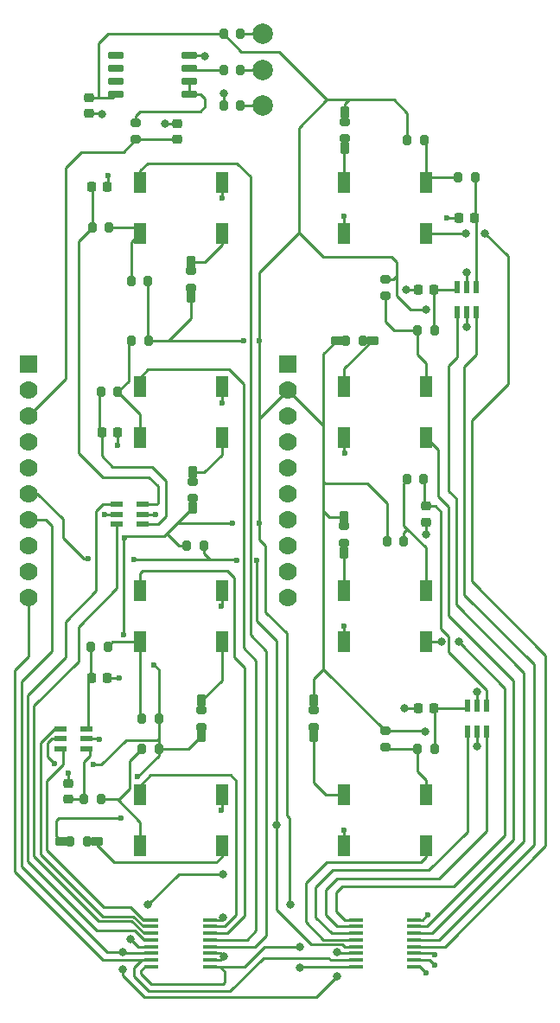
<source format=gtl>
G04 #@! TF.GenerationSoftware,KiCad,Pcbnew,(6.0.2)*
G04 #@! TF.CreationDate,2022-06-11T16:39:15+02:00*
G04 #@! TF.ProjectId,cartteFille,63617274-7465-4466-996c-6c652e6b6963,rev?*
G04 #@! TF.SameCoordinates,Original*
G04 #@! TF.FileFunction,Copper,L1,Top*
G04 #@! TF.FilePolarity,Positive*
%FSLAX46Y46*%
G04 Gerber Fmt 4.6, Leading zero omitted, Abs format (unit mm)*
G04 Created by KiCad (PCBNEW (6.0.2)) date 2022-06-11 16:39:15*
%MOMM*%
%LPD*%
G01*
G04 APERTURE LIST*
G04 Aperture macros list*
%AMRoundRect*
0 Rectangle with rounded corners*
0 $1 Rounding radius*
0 $2 $3 $4 $5 $6 $7 $8 $9 X,Y pos of 4 corners*
0 Add a 4 corners polygon primitive as box body*
4,1,4,$2,$3,$4,$5,$6,$7,$8,$9,$2,$3,0*
0 Add four circle primitives for the rounded corners*
1,1,$1+$1,$2,$3*
1,1,$1+$1,$4,$5*
1,1,$1+$1,$6,$7*
1,1,$1+$1,$8,$9*
0 Add four rect primitives between the rounded corners*
20,1,$1+$1,$2,$3,$4,$5,0*
20,1,$1+$1,$4,$5,$6,$7,0*
20,1,$1+$1,$6,$7,$8,$9,0*
20,1,$1+$1,$8,$9,$2,$3,0*%
G04 Aperture macros list end*
G04 #@! TA.AperFunction,SMDPad,CuDef*
%ADD10R,1.473200X0.355600*%
G04 #@! TD*
G04 #@! TA.AperFunction,SMDPad,CuDef*
%ADD11RoundRect,0.200000X0.275000X-0.200000X0.275000X0.200000X-0.275000X0.200000X-0.275000X-0.200000X0*%
G04 #@! TD*
G04 #@! TA.AperFunction,SMDPad,CuDef*
%ADD12RoundRect,0.200000X-0.200000X-0.275000X0.200000X-0.275000X0.200000X0.275000X-0.200000X0.275000X0*%
G04 #@! TD*
G04 #@! TA.AperFunction,SMDPad,CuDef*
%ADD13R,1.300000X2.000000*%
G04 #@! TD*
G04 #@! TA.AperFunction,SMDPad,CuDef*
%ADD14RoundRect,0.064000X0.336000X-0.496000X0.336000X0.496000X-0.336000X0.496000X-0.336000X-0.496000X0*%
G04 #@! TD*
G04 #@! TA.AperFunction,ComponentPad*
%ADD15C,1.778000*%
G04 #@! TD*
G04 #@! TA.AperFunction,ComponentPad*
%ADD16R,1.778000X1.778000*%
G04 #@! TD*
G04 #@! TA.AperFunction,SMDPad,CuDef*
%ADD17RoundRect,0.200000X0.200000X0.275000X-0.200000X0.275000X-0.200000X-0.275000X0.200000X-0.275000X0*%
G04 #@! TD*
G04 #@! TA.AperFunction,SMDPad,CuDef*
%ADD18RoundRect,0.225000X0.225000X0.250000X-0.225000X0.250000X-0.225000X-0.250000X0.225000X-0.250000X0*%
G04 #@! TD*
G04 #@! TA.AperFunction,SMDPad,CuDef*
%ADD19RoundRect,0.225000X-0.225000X-0.250000X0.225000X-0.250000X0.225000X0.250000X-0.225000X0.250000X0*%
G04 #@! TD*
G04 #@! TA.AperFunction,SMDPad,CuDef*
%ADD20RoundRect,0.200000X-0.275000X0.200000X-0.275000X-0.200000X0.275000X-0.200000X0.275000X0.200000X0*%
G04 #@! TD*
G04 #@! TA.AperFunction,SMDPad,CuDef*
%ADD21RoundRect,0.040600X0.564400X0.249400X-0.564400X0.249400X-0.564400X-0.249400X0.564400X-0.249400X0*%
G04 #@! TD*
G04 #@! TA.AperFunction,SMDPad,CuDef*
%ADD22RoundRect,0.040600X-0.249400X0.564400X-0.249400X-0.564400X0.249400X-0.564400X0.249400X0.564400X0*%
G04 #@! TD*
G04 #@! TA.AperFunction,SMDPad,CuDef*
%ADD23RoundRect,0.064000X-0.336000X0.496000X-0.336000X-0.496000X0.336000X-0.496000X0.336000X0.496000X0*%
G04 #@! TD*
G04 #@! TA.AperFunction,SMDPad,CuDef*
%ADD24RoundRect,0.225000X-0.250000X0.225000X-0.250000X-0.225000X0.250000X-0.225000X0.250000X0.225000X0*%
G04 #@! TD*
G04 #@! TA.AperFunction,SMDPad,CuDef*
%ADD25RoundRect,0.064000X0.496000X0.336000X-0.496000X0.336000X-0.496000X-0.336000X0.496000X-0.336000X0*%
G04 #@! TD*
G04 #@! TA.AperFunction,SMDPad,CuDef*
%ADD26RoundRect,0.150000X0.650000X0.150000X-0.650000X0.150000X-0.650000X-0.150000X0.650000X-0.150000X0*%
G04 #@! TD*
G04 #@! TA.AperFunction,SMDPad,CuDef*
%ADD27RoundRect,0.225000X0.250000X-0.225000X0.250000X0.225000X-0.250000X0.225000X-0.250000X-0.225000X0*%
G04 #@! TD*
G04 #@! TA.AperFunction,ViaPad*
%ADD28C,0.600000*%
G04 #@! TD*
G04 #@! TA.AperFunction,ViaPad*
%ADD29C,0.800000*%
G04 #@! TD*
G04 #@! TA.AperFunction,ViaPad*
%ADD30C,2.000000*%
G04 #@! TD*
G04 #@! TA.AperFunction,Conductor*
%ADD31C,0.250000*%
G04 #@! TD*
G04 APERTURE END LIST*
D10*
X22870200Y-94286000D03*
X22870200Y-93625600D03*
X22870200Y-92965200D03*
X22870200Y-92330200D03*
X22870200Y-91669800D03*
X22870200Y-91034800D03*
X22870200Y-90374400D03*
X22870200Y-89714000D03*
X17129800Y-89714000D03*
X17129800Y-90374400D03*
X17129800Y-91034800D03*
X17129800Y-91669800D03*
X17129800Y-92330200D03*
X17129800Y-92965200D03*
X17129800Y-93625600D03*
X17129800Y-94286000D03*
D11*
X40000000Y-72825000D03*
X40000000Y-71175000D03*
D12*
X10503400Y-77927200D03*
X12153400Y-77927200D03*
D13*
X24000000Y-17510000D03*
X16000000Y-22510000D03*
X24000000Y-22510000D03*
X16000000Y-17510000D03*
D11*
X33000000Y-70825000D03*
X33000000Y-69175000D03*
D13*
X36000000Y-82500000D03*
X44000000Y-77500000D03*
X36000000Y-77500000D03*
X44000000Y-82500000D03*
D12*
X16175000Y-70000000D03*
X17825000Y-70000000D03*
D14*
X36017200Y-14122400D03*
X36017200Y-10662400D03*
D15*
X30492000Y-58140000D03*
X30492000Y-55600000D03*
X30492000Y-53060000D03*
X30492000Y-50520000D03*
X30492000Y-47980000D03*
X30492000Y-45440000D03*
X30492000Y-42900000D03*
X30492000Y-40360000D03*
X30492000Y-37820000D03*
D16*
X30492000Y-35280000D03*
D12*
X20587200Y-53111400D03*
X22237200Y-53111400D03*
D17*
X44825000Y-32000000D03*
X43175000Y-32000000D03*
D18*
X44775000Y-28000000D03*
X43225000Y-28000000D03*
X48775000Y-21000000D03*
X47225000Y-21000000D03*
D19*
X12225000Y-42000000D03*
X13775000Y-42000000D03*
D20*
X21132800Y-46813200D03*
X21132800Y-48463200D03*
D11*
X36017200Y-13217400D03*
X36017200Y-11567400D03*
D20*
X22000000Y-70825000D03*
X22000000Y-69175000D03*
D21*
X10755000Y-72950000D03*
X10755000Y-72000000D03*
X10755000Y-71050000D03*
X8245000Y-71050000D03*
X8245000Y-72000000D03*
X8245000Y-72950000D03*
D17*
X25825000Y-6500000D03*
X24175000Y-6500000D03*
D22*
X48950000Y-27745000D03*
X48000000Y-27745000D03*
X47050000Y-27745000D03*
X47050000Y-30255000D03*
X48000000Y-30255000D03*
X48950000Y-30255000D03*
D15*
X5092000Y-58140000D03*
X5092000Y-55600000D03*
X5092000Y-53060000D03*
X5092000Y-50520000D03*
X5092000Y-47980000D03*
X5092000Y-45440000D03*
X5092000Y-42900000D03*
X5092000Y-40360000D03*
X5092000Y-37820000D03*
D16*
X5092000Y-35280000D03*
D23*
X22000000Y-71730000D03*
X22000000Y-68270000D03*
D13*
X24000000Y-77500000D03*
X16000000Y-82500000D03*
X24000000Y-82500000D03*
X16000000Y-77500000D03*
D17*
X40196000Y-52679600D03*
X41846000Y-52679600D03*
X10825000Y-82000000D03*
X9175000Y-82000000D03*
D19*
X11264600Y-17983200D03*
X12814600Y-17983200D03*
D10*
X42870200Y-94286000D03*
X42870200Y-93625600D03*
X42870200Y-92965200D03*
X42870200Y-92330200D03*
X42870200Y-91669800D03*
X42870200Y-91034800D03*
X42870200Y-90374400D03*
X42870200Y-89714000D03*
X37129800Y-89714000D03*
X37129800Y-90374400D03*
X37129800Y-91034800D03*
X37129800Y-91669800D03*
X37129800Y-92330200D03*
X37129800Y-92965200D03*
X37129800Y-93625600D03*
X37129800Y-94286000D03*
D14*
X33000000Y-71730000D03*
X33000000Y-68270000D03*
D23*
X21132800Y-45908200D03*
X21132800Y-49368200D03*
X21000000Y-25270000D03*
X21000000Y-28730000D03*
D24*
X44000000Y-50775000D03*
X44000000Y-49225000D03*
D17*
X36175000Y-33000000D03*
X37825000Y-33000000D03*
D12*
X24175000Y-3000000D03*
X25825000Y-3000000D03*
D13*
X36000000Y-22500000D03*
X44000000Y-17500000D03*
X36000000Y-17500000D03*
X44000000Y-22500000D03*
X36000000Y-62500000D03*
X44000000Y-57500000D03*
X36000000Y-57500000D03*
X44000000Y-62500000D03*
D12*
X15175000Y-33000000D03*
X16825000Y-33000000D03*
D17*
X48825000Y-17000000D03*
X47175000Y-17000000D03*
D25*
X35270000Y-33000000D03*
X38730000Y-33000000D03*
D19*
X11225000Y-66000000D03*
X12775000Y-66000000D03*
D18*
X44775000Y-69000000D03*
X43225000Y-69000000D03*
D12*
X11175000Y-63000000D03*
X12825000Y-63000000D03*
D26*
X20820000Y-8885000D03*
X20820000Y-7615000D03*
X20820000Y-6345000D03*
X20820000Y-5075000D03*
X13620000Y-5075000D03*
X13620000Y-6345000D03*
X13620000Y-7615000D03*
X13620000Y-8885000D03*
D24*
X11000000Y-9225000D03*
X11000000Y-10775000D03*
D12*
X15126200Y-27203400D03*
X16776200Y-27203400D03*
D11*
X36000000Y-51175000D03*
X36000000Y-52825000D03*
D25*
X11730000Y-82000000D03*
X8270000Y-82000000D03*
D22*
X49950000Y-68745000D03*
X49000000Y-68745000D03*
X48050000Y-68745000D03*
X48050000Y-71255000D03*
X49000000Y-71255000D03*
X49950000Y-71255000D03*
D11*
X40030400Y-28638000D03*
X40030400Y-26988000D03*
D17*
X42126400Y-46558200D03*
X43776400Y-46558200D03*
D13*
X24000000Y-37500000D03*
X16000000Y-42500000D03*
X24000000Y-42500000D03*
X16000000Y-37500000D03*
D20*
X15590000Y-11670000D03*
X15590000Y-13320000D03*
D12*
X16175000Y-73000000D03*
X17825000Y-73000000D03*
D27*
X19600000Y-13280000D03*
X19600000Y-11730000D03*
D12*
X12175000Y-38000000D03*
X13825000Y-38000000D03*
D14*
X36000000Y-50270000D03*
X36000000Y-53730000D03*
D21*
X16255000Y-50950000D03*
X16255000Y-50000000D03*
X16255000Y-49050000D03*
X13745000Y-49050000D03*
X13745000Y-50000000D03*
X13745000Y-50950000D03*
D20*
X21000000Y-26175000D03*
X21000000Y-27825000D03*
D13*
X36000000Y-42500000D03*
X44000000Y-37500000D03*
X36000000Y-37500000D03*
X44000000Y-42500000D03*
D12*
X11316200Y-21945600D03*
X12966200Y-21945600D03*
D13*
X24000000Y-57500000D03*
X16000000Y-62500000D03*
X24000000Y-62500000D03*
X16000000Y-57500000D03*
D27*
X8966200Y-76364800D03*
X8966200Y-77914800D03*
D17*
X44825000Y-73000000D03*
X43175000Y-73000000D03*
X43825000Y-13385800D03*
X42175000Y-13385800D03*
X25825000Y-10000000D03*
X24175000Y-10000000D03*
D28*
X8966200Y-75361800D03*
D29*
X48010000Y-26300000D03*
D28*
X23990000Y-78960000D03*
D29*
X49010000Y-67400000D03*
D28*
X35990000Y-60970000D03*
X12877800Y-16826100D03*
X44145200Y-89255600D03*
D29*
X12242800Y-10795000D03*
D28*
X35990000Y-80970000D03*
X46060000Y-21000000D03*
X13770000Y-43220000D03*
X44881800Y-94183200D03*
X13990000Y-66000000D03*
X23990000Y-59000000D03*
X36030000Y-44000000D03*
D29*
X18465800Y-11734800D03*
X24155400Y-89452200D03*
D28*
X12020000Y-72010000D03*
X17480000Y-50000000D03*
D29*
X43980000Y-51950000D03*
D28*
X24000000Y-19080000D03*
X44018200Y-94869000D03*
D29*
X42080000Y-28000000D03*
D28*
X36000000Y-20810000D03*
D29*
X24180800Y-8813800D03*
X41870000Y-69000000D03*
X22330000Y-5130000D03*
X24206200Y-93313000D03*
D28*
X44881800Y-93141800D03*
X24010000Y-39110000D03*
D29*
X31648400Y-92329000D03*
D28*
X25044400Y-50850800D03*
D29*
X43900000Y-71260000D03*
X48000000Y-31700000D03*
D28*
X15780000Y-75720000D03*
X14440000Y-52290000D03*
X27686000Y-32994600D03*
D29*
X31673800Y-94386400D03*
D28*
X17370000Y-64730000D03*
D29*
X30683200Y-88188800D03*
D28*
X11455400Y-74523600D03*
X14158411Y-79791589D03*
D29*
X44050500Y-30000000D03*
D28*
X14425000Y-61785000D03*
X7630250Y-74450000D03*
D29*
X49000000Y-72760000D03*
D28*
X27686000Y-50850800D03*
X26162000Y-32994600D03*
X12534500Y-50010000D03*
D29*
X24130000Y-85242400D03*
D28*
X27434500Y-54480000D03*
D29*
X15062200Y-91567000D03*
D28*
X15390000Y-54420000D03*
D29*
X29337000Y-80416400D03*
D28*
X10940000Y-54390000D03*
X25515991Y-54530000D03*
D29*
X16789400Y-88214200D03*
X35280600Y-95250000D03*
X14274800Y-92901100D03*
X14300200Y-94564200D03*
X35279973Y-92891171D03*
D30*
X28000000Y-10000000D03*
X28000000Y-3000000D03*
D29*
X47950000Y-22500000D03*
X49810000Y-22500000D03*
X45510000Y-62500000D03*
X47200000Y-62500000D03*
D30*
X28000000Y-6500000D03*
D31*
X22235400Y-45908200D02*
X21132800Y-45908200D01*
X22250400Y-45923200D02*
X22235400Y-45908200D01*
X41833800Y-46948000D02*
X42175000Y-46606800D01*
X41833800Y-51104800D02*
X41833800Y-46948000D01*
X42175000Y-51446000D02*
X41833800Y-51104800D01*
X15113000Y-23397000D02*
X15113000Y-27190200D01*
X16000000Y-22510000D02*
X15113000Y-23397000D01*
X15113000Y-27190200D02*
X15126200Y-27203400D01*
X16776200Y-32951200D02*
X16825000Y-33000000D01*
X16776200Y-27203400D02*
X16776200Y-32951200D01*
X12877800Y-17920000D02*
X12871700Y-17926100D01*
X12877800Y-16826100D02*
X12877800Y-17920000D01*
X12871700Y-17926100D02*
X12882800Y-17926100D01*
X12966200Y-21945600D02*
X15435600Y-21945600D01*
X15435600Y-21945600D02*
X16000000Y-22510000D01*
X17630000Y-49050000D02*
X16255000Y-49050000D01*
X17750000Y-48930000D02*
X17630000Y-49050000D01*
X17750000Y-47280000D02*
X17750000Y-48930000D01*
X9950000Y-43990000D02*
X12370000Y-46410000D01*
X16880000Y-46410000D02*
X17750000Y-47280000D01*
X9950000Y-23311800D02*
X9950000Y-43990000D01*
X12370000Y-46410000D02*
X16880000Y-46410000D01*
X11316200Y-21945600D02*
X9950000Y-23311800D01*
X11303000Y-21932400D02*
X11316200Y-21945600D01*
X11303000Y-18021600D02*
X11303000Y-21932400D01*
X11264600Y-17983200D02*
X11303000Y-18021600D01*
X40804600Y-26988000D02*
X41130000Y-26662600D01*
X40030400Y-26988000D02*
X40804600Y-26988000D01*
X41130000Y-28640000D02*
X41130000Y-26662600D01*
X41130000Y-26662600D02*
X41130000Y-25280400D01*
X33900400Y-24790400D02*
X31560000Y-22450000D01*
X41130000Y-25280400D02*
X40640000Y-24790400D01*
X42490000Y-30000000D02*
X41130000Y-28640000D01*
X40640000Y-24790400D02*
X33900400Y-24790400D01*
X44050500Y-30000000D02*
X42490000Y-30000000D01*
X40000000Y-28668400D02*
X40030400Y-28638000D01*
X40000000Y-31130000D02*
X40000000Y-28668400D01*
X40870000Y-32000000D02*
X40000000Y-31130000D01*
X43175000Y-32000000D02*
X40870000Y-32000000D01*
X26162000Y-32994600D02*
X18821400Y-32994600D01*
X21000000Y-30816000D02*
X21000000Y-28730000D01*
X18816000Y-33000000D02*
X21000000Y-30816000D01*
X16825000Y-33000000D02*
X18816000Y-33000000D01*
X24000000Y-44173600D02*
X22250400Y-45923200D01*
X24000000Y-42500000D02*
X24000000Y-44173600D01*
X21132800Y-49377200D02*
X19583200Y-50926800D01*
X21132800Y-49368200D02*
X21132800Y-49377200D01*
X8966200Y-75361800D02*
X8966200Y-76364800D01*
X8978600Y-77927200D02*
X10503400Y-77927200D01*
X8966200Y-77914800D02*
X8978600Y-77927200D01*
X8430000Y-74533443D02*
X8430000Y-73135000D01*
X6858000Y-76105443D02*
X8430000Y-74533443D01*
X6858000Y-82854800D02*
X6858000Y-76105443D01*
X12453680Y-88450480D02*
X6858000Y-82854800D01*
X15070597Y-88450480D02*
X12453680Y-88450480D01*
X8430000Y-73135000D02*
X8245000Y-72950000D01*
X16334118Y-89714000D02*
X15070597Y-88450480D01*
X17129800Y-89714000D02*
X16334118Y-89714000D01*
X11455400Y-74523600D02*
X12176400Y-74523600D01*
X17720000Y-72100000D02*
X17825000Y-71995000D01*
X14600000Y-72100000D02*
X17720000Y-72100000D01*
X12176400Y-74523600D02*
X14600000Y-72100000D01*
X11099800Y-73634600D02*
X11099800Y-72950000D01*
X10503400Y-74231000D02*
X11099800Y-73634600D01*
X10503400Y-77927200D02*
X10503400Y-74231000D01*
X11099800Y-72950000D02*
X10755000Y-72950000D01*
X13769200Y-77927200D02*
X13842000Y-78000000D01*
X12153400Y-77927200D02*
X13769200Y-77927200D01*
X43825000Y-49050000D02*
X44000000Y-49225000D01*
X43825000Y-46606800D02*
X43825000Y-49050000D01*
X43776400Y-46558200D02*
X43825000Y-46606800D01*
X42175000Y-46606800D02*
X42126400Y-46558200D01*
X41846000Y-51775000D02*
X42175000Y-51446000D01*
X41846000Y-52679600D02*
X41846000Y-51775000D01*
X34150000Y-47020000D02*
X33979989Y-46849989D01*
X38280000Y-47020000D02*
X34150000Y-47020000D01*
X40196000Y-48936000D02*
X38280000Y-47020000D01*
X40196000Y-52679600D02*
X40196000Y-48936000D01*
X27700000Y-40612000D02*
X27700000Y-41340000D01*
X30492000Y-37820000D02*
X27700000Y-40612000D01*
X33979989Y-41307989D02*
X33979989Y-41635811D01*
X30492000Y-37820000D02*
X33979989Y-41307989D01*
X33979989Y-34290011D02*
X33979989Y-41635811D01*
X35270000Y-33000000D02*
X33979989Y-34290011D01*
X33979989Y-41635811D02*
X33979989Y-46849989D01*
X36000000Y-50270000D02*
X34536978Y-50270000D01*
X34536978Y-50270000D02*
X33979989Y-49713011D01*
X33979989Y-46849989D02*
X33979989Y-49713011D01*
X33979989Y-49713011D02*
X33979989Y-65154989D01*
X27700000Y-26310000D02*
X27700000Y-41340000D01*
X15590000Y-13320000D02*
X19560000Y-13320000D01*
X8680000Y-36772000D02*
X5092000Y-40360000D01*
X10200000Y-14530000D02*
X8680000Y-16050000D01*
X14380000Y-14530000D02*
X10200000Y-14530000D01*
X15590000Y-13320000D02*
X14380000Y-14530000D01*
X19560000Y-13320000D02*
X19600000Y-13280000D01*
X8680000Y-16050000D02*
X8680000Y-36772000D01*
X44119800Y-89255600D02*
X43661400Y-89714000D01*
X24206200Y-93313000D02*
X23893600Y-93625600D01*
X49000000Y-67410000D02*
X49010000Y-67400000D01*
X35990000Y-60970000D02*
X36000000Y-60980000D01*
X24206200Y-93313000D02*
X23858400Y-92965200D01*
X24180800Y-8813800D02*
X24175000Y-8819600D01*
X23893600Y-89714000D02*
X22870200Y-89714000D01*
X36000000Y-60980000D02*
X36000000Y-62500000D01*
X12010000Y-72000000D02*
X10755000Y-72000000D01*
X22275000Y-5075000D02*
X22330000Y-5130000D01*
X44705200Y-92965200D02*
X42870200Y-92965200D01*
X35990000Y-80970000D02*
X36000000Y-80980000D01*
X24000000Y-39100000D02*
X24010000Y-39110000D01*
X24000000Y-78950000D02*
X24000000Y-77500000D01*
X13775000Y-43215000D02*
X13770000Y-43220000D01*
X43225000Y-28000000D02*
X42080000Y-28000000D01*
X43661400Y-89714000D02*
X42870200Y-89714000D01*
X19600000Y-11730000D02*
X18470600Y-11730000D01*
X44018200Y-94869000D02*
X43435200Y-94286000D01*
X11000000Y-10775000D02*
X12222800Y-10775000D01*
X44881800Y-93141800D02*
X44705200Y-92965200D01*
X48000000Y-26310000D02*
X48010000Y-26300000D01*
X24155400Y-89452200D02*
X23893600Y-89714000D01*
X44145200Y-89255600D02*
X44119800Y-89255600D01*
X36000000Y-22500000D02*
X36000000Y-20810000D01*
X23990000Y-78960000D02*
X24000000Y-78950000D01*
X44324200Y-93625600D02*
X42870200Y-93625600D01*
X24000000Y-37500000D02*
X24000000Y-39100000D01*
X12775000Y-66000000D02*
X13990000Y-66000000D01*
X12020000Y-72010000D02*
X12010000Y-72000000D01*
X18470600Y-11730000D02*
X18465800Y-11734800D01*
X12222800Y-10775000D02*
X12242800Y-10795000D01*
X17480000Y-50000000D02*
X16255000Y-50000000D01*
X43435200Y-94286000D02*
X42870200Y-94286000D01*
X43225000Y-69000000D02*
X41870000Y-69000000D01*
X48000000Y-27745000D02*
X48000000Y-26310000D01*
X24000000Y-19080000D02*
X24000000Y-17510000D01*
X23858400Y-92965200D02*
X22870200Y-92965200D01*
X23990000Y-59000000D02*
X24000000Y-58990000D01*
X44881800Y-94183200D02*
X44324200Y-93625600D01*
X44000000Y-50775000D02*
X44000000Y-51930000D01*
X49000000Y-68745000D02*
X49000000Y-67410000D01*
X20820000Y-5075000D02*
X22275000Y-5075000D01*
X46060000Y-21000000D02*
X47225000Y-21000000D01*
X23893600Y-93625600D02*
X22870200Y-93625600D01*
X13775000Y-42000000D02*
X13775000Y-43215000D01*
X36000000Y-80980000D02*
X36000000Y-82500000D01*
X36000000Y-43970000D02*
X36000000Y-42500000D01*
X24175000Y-8819600D02*
X24175000Y-10000000D01*
X24000000Y-58990000D02*
X24000000Y-57500000D01*
X31560000Y-22450000D02*
X27700000Y-26310000D01*
X17370000Y-64730000D02*
X17825000Y-65185000D01*
X17825000Y-71995000D02*
X17825000Y-73000000D01*
X13280000Y-9225000D02*
X11965000Y-9225000D01*
X48000000Y-31700000D02*
X48000000Y-30255000D01*
X16103600Y-94970600D02*
X17119600Y-95986600D01*
X25905000Y-4730000D02*
X24175000Y-3000000D01*
X24257000Y-94735400D02*
X23807600Y-94286000D01*
X30353000Y-79476600D02*
X30353000Y-61645800D01*
X22000000Y-71730000D02*
X22000000Y-70825000D01*
X30632400Y-79756000D02*
X30353000Y-79476600D01*
X14158411Y-79791589D02*
X7998411Y-79791589D01*
X17825000Y-73000000D02*
X20730000Y-73000000D01*
X7770000Y-80020000D02*
X7770000Y-81500000D01*
X36017200Y-10662400D02*
X36017200Y-9855200D01*
X31648400Y-92329000D02*
X28194000Y-92329000D01*
X19786600Y-53111400D02*
X20587200Y-53111400D01*
X21000000Y-28730000D02*
X21000000Y-27825000D01*
X18370000Y-52140000D02*
X18592600Y-51917400D01*
X21132800Y-49368200D02*
X21132800Y-48463200D01*
X14440000Y-52290000D02*
X14590000Y-52140000D01*
X12544500Y-50000000D02*
X13745000Y-50000000D01*
X17825000Y-73000000D02*
X17825000Y-73675000D01*
X49000000Y-71255000D02*
X49000000Y-72940000D01*
X11965000Y-3895000D02*
X11965000Y-9225000D01*
X36017200Y-9855200D02*
X36452400Y-9420000D01*
X34310000Y-9420000D02*
X37410800Y-9420000D01*
X24257000Y-95834200D02*
X24257000Y-94735400D01*
X23648600Y-94286000D02*
X22870200Y-94286000D01*
X27700000Y-50836800D02*
X27686000Y-50850800D01*
X14590000Y-52140000D02*
X18370000Y-52140000D01*
X36452400Y-9420000D02*
X37410800Y-9420000D01*
X34310000Y-9420000D02*
X29620000Y-4730000D01*
X23807600Y-94286000D02*
X23648600Y-94286000D01*
X7630250Y-74450000D02*
X6959600Y-73779350D01*
X42175000Y-10725000D02*
X42175000Y-13385800D01*
X18592600Y-51917400D02*
X19340000Y-51170000D01*
X6959600Y-73779350D02*
X6959600Y-72415400D01*
X13620000Y-8885000D02*
X13280000Y-9225000D01*
X14410000Y-52320000D02*
X14410000Y-61770000D01*
X17825000Y-65185000D02*
X17825000Y-71995000D01*
X7998411Y-79791589D02*
X7770000Y-80020000D01*
X14410000Y-61770000D02*
X14425000Y-61785000D01*
X31673800Y-94386400D02*
X31774200Y-94286000D01*
X30632400Y-88138000D02*
X30632400Y-79756000D01*
X28194000Y-92329000D02*
X26237000Y-94286000D01*
X11965000Y-9225000D02*
X11000000Y-9225000D01*
X16103600Y-94691200D02*
X16103600Y-94970600D01*
X16508800Y-94286000D02*
X16103600Y-94691200D01*
X24104600Y-95986600D02*
X24257000Y-95834200D01*
X7375000Y-72000000D02*
X8245000Y-72000000D01*
X27686000Y-52501800D02*
X27686000Y-50850800D01*
X40870000Y-9420000D02*
X42175000Y-10725000D01*
X33979989Y-65154989D02*
X40000000Y-71175000D01*
X28295600Y-59588400D02*
X28295600Y-53111400D01*
X27700000Y-41340000D02*
X27700000Y-50836800D01*
X43815000Y-71175000D02*
X43900000Y-71260000D01*
X40000000Y-71175000D02*
X43815000Y-71175000D01*
X19659200Y-50850800D02*
X19583200Y-50926800D01*
X36000000Y-50270000D02*
X36000000Y-51175000D01*
X14440000Y-52290000D02*
X14410000Y-52320000D01*
X17825000Y-73675000D02*
X15780000Y-75720000D01*
X7770000Y-81500000D02*
X8270000Y-82000000D01*
X28295600Y-53111400D02*
X27686000Y-52501800D01*
X24175000Y-3000000D02*
X12860000Y-3000000D01*
X30683200Y-88188800D02*
X30632400Y-88138000D01*
X25044400Y-50850800D02*
X19659200Y-50850800D01*
X17825000Y-70000000D02*
X17825000Y-65185000D01*
X30353000Y-61645800D02*
X28295600Y-59588400D01*
X26237000Y-94286000D02*
X23648600Y-94286000D01*
X18592600Y-51917400D02*
X19786600Y-53111400D01*
X12860000Y-3000000D02*
X11965000Y-3895000D01*
X17119600Y-95986600D02*
X24104600Y-95986600D01*
X6959600Y-72415400D02*
X7375000Y-72000000D01*
X31560000Y-22450000D02*
X31560000Y-12170000D01*
X8270000Y-82000000D02*
X9175000Y-82000000D01*
X35270000Y-33000000D02*
X36175000Y-33000000D01*
X29620000Y-4730000D02*
X25905000Y-4730000D01*
X33000000Y-68270000D02*
X33000000Y-66134978D01*
X20730000Y-73000000D02*
X22000000Y-71730000D01*
X31774200Y-94286000D02*
X37129800Y-94286000D01*
X17129800Y-94286000D02*
X16508800Y-94286000D01*
X37410800Y-9420000D02*
X40870000Y-9420000D01*
X31560000Y-12170000D02*
X34310000Y-9420000D01*
X19583200Y-50926800D02*
X19340000Y-51170000D01*
X33000000Y-66134978D02*
X33979989Y-65154989D01*
X36000000Y-10645200D02*
X36000000Y-11304800D01*
X18510000Y-50190000D02*
X17750000Y-50950000D01*
X12225000Y-44275000D02*
X13320000Y-45370000D01*
X12175000Y-38000000D02*
X11980000Y-38195000D01*
X18510000Y-46730000D02*
X18510000Y-50190000D01*
X17750000Y-50950000D02*
X16255000Y-50950000D01*
X12225000Y-42000000D02*
X12225000Y-44275000D01*
X11980000Y-41755000D02*
X12225000Y-42000000D01*
X11980000Y-38195000D02*
X11980000Y-41755000D01*
X13320000Y-45370000D02*
X17150000Y-45370000D01*
X17150000Y-45370000D02*
X18510000Y-46730000D01*
X10930000Y-66295000D02*
X10930000Y-70875000D01*
X11225000Y-66000000D02*
X10930000Y-66295000D01*
X11175000Y-65950000D02*
X11225000Y-66000000D01*
X10930000Y-70875000D02*
X10755000Y-71050000D01*
X11175000Y-63000000D02*
X11175000Y-65950000D01*
X48950000Y-21175000D02*
X48775000Y-21000000D01*
X48950000Y-27745000D02*
X48950000Y-21175000D01*
X48825000Y-17000000D02*
X48825000Y-20950000D01*
X44775000Y-28000000D02*
X46795000Y-28000000D01*
X44775000Y-28000000D02*
X44775000Y-31950000D01*
X46795000Y-28000000D02*
X47050000Y-27745000D01*
X44775000Y-31950000D02*
X44825000Y-32000000D01*
X44907000Y-49225000D02*
X45466000Y-49784000D01*
X46234511Y-61982511D02*
X46234511Y-63534511D01*
X46234511Y-63534511D02*
X49950000Y-67250000D01*
X49950000Y-67250000D02*
X49950000Y-68745000D01*
X45466000Y-49784000D02*
X45466000Y-61214000D01*
X45466000Y-61214000D02*
X46234511Y-61982511D01*
X44000000Y-49225000D02*
X44907000Y-49225000D01*
X47795000Y-69000000D02*
X48050000Y-68745000D01*
X44825000Y-69050000D02*
X44775000Y-69000000D01*
X44825000Y-73000000D02*
X44825000Y-69050000D01*
X44775000Y-69000000D02*
X47795000Y-69000000D01*
X21132800Y-45908200D02*
X21132800Y-46813200D01*
X24000000Y-22510000D02*
X24000000Y-23610000D01*
X22340000Y-25270000D02*
X21000000Y-25270000D01*
X21000000Y-26175000D02*
X21000000Y-25270000D01*
X24000000Y-23610000D02*
X22340000Y-25270000D01*
X11730000Y-82400000D02*
X13430000Y-84100000D01*
X11730000Y-82000000D02*
X11730000Y-82400000D01*
X24000000Y-83530000D02*
X24000000Y-82500000D01*
X23430000Y-84100000D02*
X24000000Y-83530000D01*
X10825000Y-82000000D02*
X11730000Y-82000000D01*
X13430000Y-84100000D02*
X23430000Y-84100000D01*
X24000000Y-66270000D02*
X22000000Y-68270000D01*
X24000000Y-62500000D02*
X24000000Y-66270000D01*
X36000000Y-14139600D02*
X36000000Y-17500000D01*
X36017200Y-14122400D02*
X36000000Y-14139600D01*
X38730000Y-33000000D02*
X36000000Y-35730000D01*
X36000000Y-35730000D02*
X36000000Y-37500000D01*
X36000000Y-53730000D02*
X36000000Y-57500000D01*
X33000000Y-76310000D02*
X33000000Y-71730000D01*
X36000000Y-77500000D02*
X34190000Y-77500000D01*
X34190000Y-77500000D02*
X33000000Y-76310000D01*
X25515991Y-54530000D02*
X25405991Y-54420000D01*
X16789400Y-88214200D02*
X19761200Y-85242400D01*
X15062200Y-91567000D02*
X15825400Y-92330200D01*
X10490000Y-54390000D02*
X8440000Y-52340000D01*
X8440000Y-52340000D02*
X8440000Y-50500000D01*
X29337000Y-88722200D02*
X29337000Y-80416400D01*
X22846800Y-54420000D02*
X15390000Y-54420000D01*
X37129800Y-92330200D02*
X36067489Y-92330200D01*
X29337000Y-80416400D02*
X29337000Y-62382400D01*
X35839400Y-92102111D02*
X32716911Y-92102111D01*
X22237200Y-53111400D02*
X22237200Y-53810400D01*
X22237200Y-53810400D02*
X22846800Y-54420000D01*
X27434500Y-60479900D02*
X27434500Y-54480000D01*
X32716911Y-92102111D02*
X29337000Y-88722200D01*
X19761200Y-85242400D02*
X24130000Y-85242400D01*
X36067489Y-92330200D02*
X35839400Y-92102111D01*
X25405991Y-54420000D02*
X22846800Y-54420000D01*
X5920000Y-47980000D02*
X5092000Y-47980000D01*
X10940000Y-54390000D02*
X10490000Y-54390000D01*
X8440000Y-50500000D02*
X5920000Y-47980000D01*
X29337000Y-62382400D02*
X27434500Y-60479900D01*
X15825400Y-92330200D02*
X17129800Y-92330200D01*
X35354002Y-92965200D02*
X37129800Y-92965200D01*
X35279973Y-92891171D02*
X35354002Y-92965200D01*
X17129800Y-92965200D02*
X14338900Y-92965200D01*
X12764100Y-92901100D02*
X4368800Y-84505800D01*
X35280600Y-95250000D02*
X33223200Y-97307400D01*
X33223200Y-97307400D02*
X16433800Y-97307400D01*
X7320000Y-51110000D02*
X6730000Y-50520000D01*
X14300200Y-95173800D02*
X14300200Y-94564200D01*
X7320000Y-63450000D02*
X7320000Y-51110000D01*
X16433800Y-97307400D02*
X14300200Y-95173800D01*
X6730000Y-50520000D02*
X5092000Y-50520000D01*
X4368800Y-84505800D02*
X4368800Y-66401200D01*
X14274800Y-92901100D02*
X12764100Y-92901100D01*
X4368800Y-66401200D02*
X7320000Y-63450000D01*
X14338900Y-92965200D02*
X14274800Y-92901100D01*
X34671000Y-93675200D02*
X37080200Y-93675200D01*
X15392400Y-94361000D02*
X15392400Y-95250000D01*
X12345600Y-93625600D02*
X17129800Y-93625600D01*
X37080200Y-93675200D02*
X37129800Y-93625600D01*
X28067000Y-93446600D02*
X34442400Y-93446600D01*
X15392400Y-95250000D02*
X16847880Y-96705480D01*
X16127800Y-93625600D02*
X15392400Y-94361000D01*
X34442400Y-93446600D02*
X34671000Y-93675200D01*
X3708400Y-84988400D02*
X12345600Y-93625600D01*
X5092000Y-63928000D02*
X3708400Y-65311600D01*
X5092000Y-58140000D02*
X5092000Y-63928000D01*
X3708400Y-65311600D02*
X3708400Y-84988400D01*
X16847880Y-96705480D02*
X24808120Y-96705480D01*
X24808120Y-96705480D02*
X28067000Y-93446600D01*
X17129800Y-93625600D02*
X16127800Y-93625600D01*
X25825000Y-10000000D02*
X28000000Y-10000000D01*
X25825000Y-3000000D02*
X28000000Y-3000000D01*
X14860000Y-33315000D02*
X15175000Y-33000000D01*
X14860000Y-36965000D02*
X14860000Y-33315000D01*
X13825000Y-38045000D02*
X16000000Y-40220000D01*
X13825000Y-38000000D02*
X13825000Y-38045000D01*
X13825000Y-38000000D02*
X14860000Y-36965000D01*
X16000000Y-40220000D02*
X16000000Y-42500000D01*
X16000000Y-80158000D02*
X16000000Y-82500000D01*
X14970000Y-74205000D02*
X14970000Y-76872000D01*
X13842000Y-78000000D02*
X16000000Y-80158000D01*
X14970000Y-76872000D02*
X13842000Y-78000000D01*
X16175000Y-73000000D02*
X14970000Y-74205000D01*
X13325000Y-62500000D02*
X16000000Y-62500000D01*
X12825000Y-63000000D02*
X13325000Y-62500000D01*
X16000000Y-69825000D02*
X16000000Y-62500000D01*
X16175000Y-70000000D02*
X16000000Y-69825000D01*
X44000000Y-13560800D02*
X44000000Y-17500000D01*
X44510000Y-16990000D02*
X47165000Y-16990000D01*
X44000000Y-17500000D02*
X44510000Y-16990000D01*
X43825000Y-13385800D02*
X44000000Y-13560800D01*
X47165000Y-16990000D02*
X47175000Y-17000000D01*
X43175000Y-34405000D02*
X44000000Y-35230000D01*
X44000000Y-35230000D02*
X44000000Y-37500000D01*
X43175000Y-32000000D02*
X43175000Y-34405000D01*
X44000000Y-53271000D02*
X42175000Y-51446000D01*
X44000000Y-57500000D02*
X44000000Y-53271000D01*
X44000000Y-75990000D02*
X44000000Y-77500000D01*
X43175000Y-75165000D02*
X44000000Y-75990000D01*
X43175000Y-73000000D02*
X40175000Y-73000000D01*
X40175000Y-73000000D02*
X40000000Y-72825000D01*
X43175000Y-73000000D02*
X43175000Y-75165000D01*
X26140491Y-37270491D02*
X24700000Y-35830000D01*
X24700000Y-35830000D02*
X16790000Y-35830000D01*
X22870200Y-91669800D02*
X26465600Y-91669800D01*
X26465600Y-91669800D02*
X27355800Y-90779600D01*
X16000000Y-36620000D02*
X16000000Y-37500000D01*
X26140491Y-63097491D02*
X26140491Y-37270491D01*
X27355800Y-90779600D02*
X27355800Y-64312800D01*
X27355800Y-64312800D02*
X26140491Y-63097491D01*
X16790000Y-35830000D02*
X16000000Y-36620000D01*
X26810000Y-61836600D02*
X26810000Y-16960000D01*
X25470000Y-15620000D02*
X16730000Y-15620000D01*
X16000000Y-16350000D02*
X16000000Y-17510000D01*
X28371800Y-91236800D02*
X28371800Y-63398400D01*
X22870200Y-92330200D02*
X27278400Y-92330200D01*
X26810000Y-16960000D02*
X25470000Y-15620000D01*
X28371800Y-63398400D02*
X26810000Y-61836600D01*
X27278400Y-92330200D02*
X28371800Y-91236800D01*
X16730000Y-15620000D02*
X16000000Y-16350000D01*
X24840000Y-75540000D02*
X25400000Y-76100000D01*
X16000000Y-77500000D02*
X16000000Y-76590000D01*
X16000000Y-76590000D02*
X17050000Y-75540000D01*
X17050000Y-75540000D02*
X24840000Y-75540000D01*
X24257814Y-90374400D02*
X22870200Y-90374400D01*
X25400000Y-76100000D02*
X25400000Y-89232214D01*
X25400000Y-89232214D02*
X24259014Y-90373200D01*
X24259014Y-90373200D02*
X24257000Y-90373200D01*
X25250000Y-56250000D02*
X25250000Y-63990000D01*
X16260000Y-55540000D02*
X24540000Y-55540000D01*
X26263600Y-89306400D02*
X24535200Y-91034800D01*
X16000000Y-57500000D02*
X16000000Y-55800000D01*
X25250000Y-63990000D02*
X26263600Y-65003600D01*
X16000000Y-55800000D02*
X16260000Y-55540000D01*
X26263600Y-65003600D02*
X26263600Y-89306400D01*
X24540000Y-55540000D02*
X25250000Y-56250000D01*
X24535200Y-91034800D02*
X22870200Y-91034800D01*
X55727600Y-82473800D02*
X45871200Y-92330200D01*
X49810000Y-22500000D02*
X52070000Y-24760000D01*
X44000000Y-22500000D02*
X47950000Y-22500000D01*
X48514000Y-56591200D02*
X55727600Y-63804800D01*
X48514000Y-40843200D02*
X48514000Y-56591200D01*
X45871200Y-92330200D02*
X42870200Y-92330200D01*
X52070000Y-24760000D02*
X52070000Y-37287200D01*
X55727600Y-63804800D02*
X55727600Y-82473800D01*
X52070000Y-37287200D02*
X48514000Y-40843200D01*
X44000000Y-42500000D02*
X45212000Y-43712000D01*
X45212000Y-48260000D02*
X46228000Y-49276000D01*
X52578000Y-81864200D02*
X44067800Y-90374400D01*
X46228000Y-49276000D02*
X46228000Y-59944000D01*
X44067800Y-90374400D02*
X42870200Y-90374400D01*
X45212000Y-43712000D02*
X45212000Y-48260000D01*
X46228000Y-59944000D02*
X52578000Y-66294000D01*
X52578000Y-66294000D02*
X52578000Y-81864200D01*
X44000000Y-62500000D02*
X45510000Y-62500000D01*
X35224800Y-88920400D02*
X36018400Y-89714000D01*
X46685200Y-86436200D02*
X35839400Y-86436200D01*
X51714400Y-67014400D02*
X51714400Y-81407000D01*
X47200000Y-62500000D02*
X51714400Y-67014400D01*
X36018400Y-89714000D02*
X37129800Y-89714000D01*
X51714400Y-81407000D02*
X46685200Y-86436200D01*
X35224800Y-87050800D02*
X35224800Y-88920400D01*
X35839400Y-86436200D02*
X35224800Y-87050800D01*
X33943791Y-91652591D02*
X37112591Y-91652591D01*
X44000000Y-83600000D02*
X43500600Y-84099400D01*
X32207200Y-89916000D02*
X33943791Y-91652591D01*
X37112591Y-91652591D02*
X37129800Y-91669800D01*
X34239200Y-84099400D02*
X32207200Y-86131400D01*
X44000000Y-82500000D02*
X44000000Y-83600000D01*
X43500600Y-84099400D02*
X34239200Y-84099400D01*
X32207200Y-86131400D02*
X32207200Y-89916000D01*
X11690000Y-57520000D02*
X11690000Y-49700000D01*
X17129800Y-91669800D02*
X16382764Y-91669800D01*
X8700000Y-64020000D02*
X8700000Y-60510000D01*
X12340000Y-49050000D02*
X13745000Y-49050000D01*
X11690000Y-49700000D02*
X12340000Y-49050000D01*
X11734800Y-90728800D02*
X4978400Y-83972400D01*
X4978400Y-83972400D02*
X4978400Y-67741600D01*
X15441764Y-90728800D02*
X11734800Y-90728800D01*
X8700000Y-60510000D02*
X11690000Y-57520000D01*
X4978400Y-67741600D02*
X8700000Y-64020000D01*
X16382764Y-91669800D02*
X15441764Y-90728800D01*
X15163082Y-89814400D02*
X11887200Y-89814400D01*
X5588000Y-83515200D02*
X5588000Y-68762000D01*
X9960000Y-61010000D02*
X13745000Y-57225000D01*
X17129800Y-91034800D02*
X16383483Y-91034800D01*
X16383483Y-91034800D02*
X15163082Y-89814400D01*
X13745000Y-57225000D02*
X13745000Y-50950000D01*
X9960000Y-64390000D02*
X9960000Y-61010000D01*
X11887200Y-89814400D02*
X5588000Y-83515200D01*
X5588000Y-68762000D02*
X9960000Y-64390000D01*
X6290000Y-72399200D02*
X7639200Y-71050000D01*
X6290000Y-83277400D02*
X6290000Y-72399200D01*
X15349280Y-89364880D02*
X12377480Y-89364880D01*
X12377480Y-89364880D02*
X6290000Y-83277400D01*
X16358801Y-90374400D02*
X15349280Y-89364880D01*
X17129800Y-90374400D02*
X16358801Y-90374400D01*
X7639200Y-71050000D02*
X8245000Y-71050000D01*
X46228000Y-35433000D02*
X46228000Y-47752000D01*
X46939200Y-48463200D02*
X46939200Y-58877200D01*
X46939200Y-58877200D02*
X53594000Y-65532000D01*
X47050000Y-30255000D02*
X47050000Y-34611000D01*
X44575800Y-91034800D02*
X42870200Y-91034800D01*
X53594000Y-65532000D02*
X53594000Y-82016600D01*
X47050000Y-34611000D02*
X46228000Y-35433000D01*
X46228000Y-47752000D02*
X46939200Y-48463200D01*
X53594000Y-82016600D02*
X44575800Y-91034800D01*
X47726600Y-57886600D02*
X54559200Y-64719200D01*
X45261600Y-91669800D02*
X42870200Y-91669800D01*
X47726600Y-35585400D02*
X47726600Y-57886600D01*
X48950000Y-30255000D02*
X48950000Y-34362000D01*
X48950000Y-34362000D02*
X47726600Y-35585400D01*
X54559200Y-82372200D02*
X45261600Y-91669800D01*
X54559200Y-64719200D02*
X54559200Y-82372200D01*
X25825000Y-6500000D02*
X28000000Y-6500000D01*
X24175000Y-6500000D02*
X20975000Y-6500000D01*
X20975000Y-6500000D02*
X20820000Y-6345000D01*
X34848800Y-84861400D02*
X33197800Y-86512400D01*
X48050000Y-81080000D02*
X44268600Y-84861400D01*
X48050000Y-71255000D02*
X48050000Y-81080000D01*
X44268600Y-84861400D02*
X34848800Y-84861400D01*
X33197800Y-86512400D02*
X33197800Y-89484200D01*
X33197800Y-89484200D02*
X34748400Y-91034800D01*
X34748400Y-91034800D02*
X37129800Y-91034800D01*
X35307200Y-90374400D02*
X37129800Y-90374400D01*
X45262800Y-85699600D02*
X35255200Y-85699600D01*
X35255200Y-85699600D02*
X34188400Y-86766400D01*
X49950000Y-81012400D02*
X45262800Y-85699600D01*
X34188400Y-86766400D02*
X34188400Y-89255600D01*
X49950000Y-71255000D02*
X49950000Y-81012400D01*
X34188400Y-89255600D02*
X35307200Y-90374400D01*
X20820000Y-7615000D02*
X20820000Y-8885000D01*
X21894800Y-10566400D02*
X16027400Y-10566400D01*
X15590000Y-11003800D02*
X15590000Y-11670000D01*
X16027400Y-10566400D02*
X15590000Y-11003800D01*
X22352000Y-10109200D02*
X21894800Y-10566400D01*
X20820000Y-8885000D02*
X21915200Y-8885000D01*
X21915200Y-8885000D02*
X22352000Y-9321800D01*
X22352000Y-9321800D02*
X22352000Y-10109200D01*
M02*

</source>
